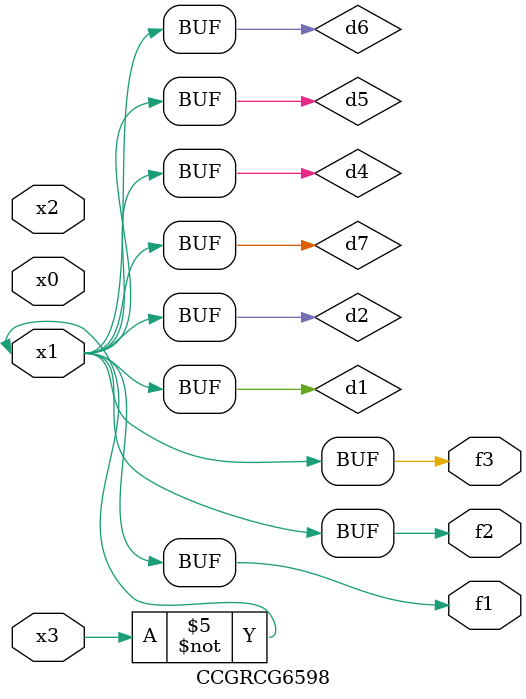
<source format=v>
module CCGRCG6598(
	input x0, x1, x2, x3,
	output f1, f2, f3
);

	wire d1, d2, d3, d4, d5, d6, d7;

	not (d1, x3);
	buf (d2, x1);
	xnor (d3, d1, d2);
	nor (d4, d1);
	buf (d5, d1, d2);
	buf (d6, d4, d5);
	nand (d7, d4);
	assign f1 = d6;
	assign f2 = d7;
	assign f3 = d6;
endmodule

</source>
